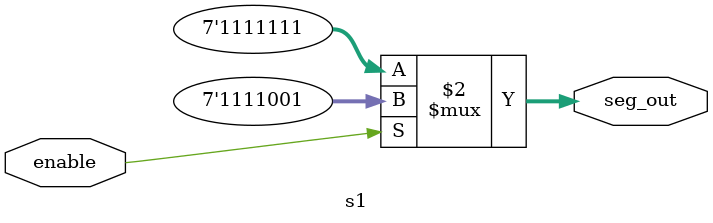
<source format=v>
`define OFF 7'b1111111
`define ON 7'b1111001

module s1(enable, seg_out);
  input enable;
  output reg [6:0] seg_out;

  always@(*) begin
    seg_out <= (enable) ? (`ON) : (`OFF);
  end

endmodule

</source>
